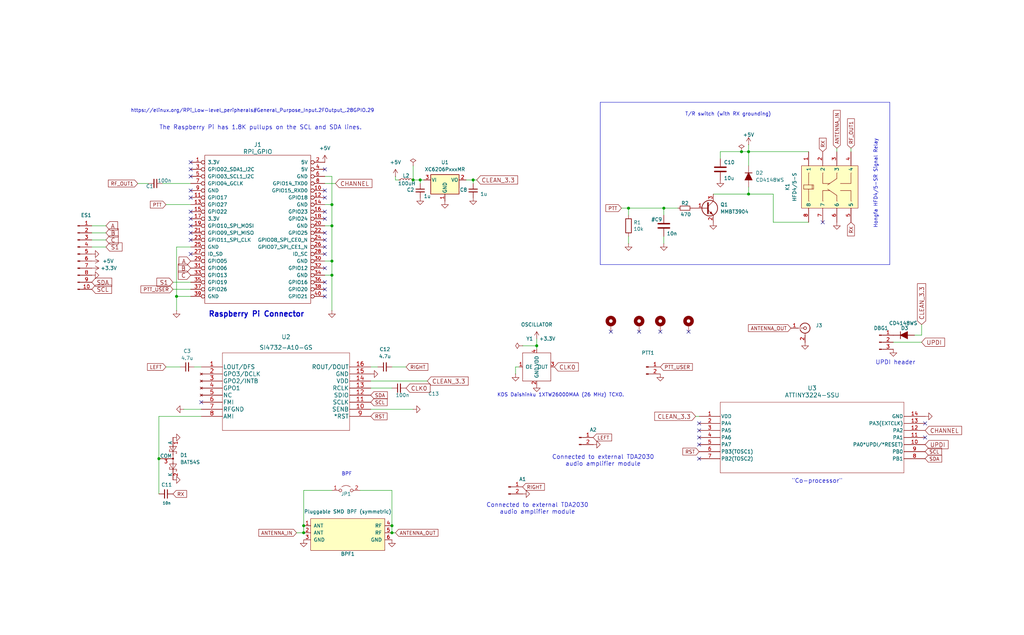
<source format=kicad_sch>
(kicad_sch (version 20240417) (generator "eeschema") (generator_version "8.99")
  (paper "User" 368.3 228.6)
  (title_block (title "Raspberry Pi Zero 2W 'SSB pHAT'") (date "2024-05-24") (rev "0.01") (company "Dhiru Kholia (VU3CER)"))
  (lib_symbols
    (symbol "2022-12-04_04-36-26:SI4732-A10-GS" (pin_names (offset 0.254))
      (property "Reference" "U" (at 30.48 10.16 0))
      (property "Value" "SI4732-A10-GS" (at 30.48 7.62 0))
      (symbol "SI4732-A10-GS_1_1"
        (pin output line (at 0 0 0) (length 7.62) (name "LOUT/DFS") (number "1"))
        (pin power_in line (at 60.96 -15.24 180) (length 7.62) (name "SENB") (number "10"))
        (pin bidirectional line (at 60.96 -12.7 180) (length 7.62) (name "SCLK") (number "11"))
        (pin bidirectional line (at 60.96 -10.16 180) (length 7.62) (name "SDIO") (number "12"))
        (pin input line (at 60.96 -7.62 180) (length 7.62) (name "RCLK") (number "13"))
        (pin power_in line (at 60.96 -5.08 180) (length 7.62) (name "VDD") (number "14"))
        (pin power_in line (at 60.96 -2.54 180) (length 7.62) (name "GND") (number "15"))
        (pin output line (at 60.96 0 180) (length 7.62) (name "ROUT/DOUT") (number "16"))
        (pin no_connect line (at 0 -2.54 0) (length 7.62) (name "GPO3/DCLK") (number "2"))
        (pin no_connect line (at 0 -5.08 0) (length 7.62) (name "GPO2/INTB") (number "3"))
        (pin no_connect line (at 0 -7.62 0) (length 7.62) (name "GPO1") (number "4"))
        (pin no_connect line (at 0 -10.16 0) (length 7.62) (name "NC") (number "5"))
        (pin unspecified line (at 0 -12.7 0) (length 7.62) (name "FMI") (number "6"))
        (pin power_in line (at 0 -15.24 0) (length 7.62) (name "RFGND") (number "7"))
        (pin input line (at 0 -17.78 0) (length 7.62) (name "AMI") (number "8"))
        (pin input line (at 60.96 -17.78 180) (length 7.62) (name "*RST") (number "9"))
      )
    )
    (symbol "ATTINY3224-SSU :ATTINY3224-SSU" (pin_names (offset 0.254))
      (property "Reference" "U4" (at 40.64 10.16 0))
      (property "Value" "ATTINY3224-SSU" (at 40.64 7.62 0))
      (symbol "ATTINY3224-SSU_0_1"
        (pin power_in line (at 0 0 0) (length 7.62) (name "VDD") (number "1"))
        (pin bidirectional line (at 81.28 -10.16 180) (length 7.62) (name "PA0*UPDI/*RESET)") (number "10"))
        (pin bidirectional line (at 81.28 -7.62 180) (length 7.62) (name "PA1") (number "11"))
        (pin bidirectional line (at 81.28 -5.08 180) (length 7.62) (name "PA2") (number "12"))
        (pin bidirectional line (at 81.28 -2.54 180) (length 7.62) (name "PA3(EXTCLK)") (number "13"))
        (pin power_out line (at 81.28 0 180) (length 7.62) (name "GND") (number "14"))
        (pin bidirectional line (at 0 -2.54 0) (length 7.62) (name "PA4") (number "2"))
        (pin bidirectional line (at 0 -5.08 0) (length 7.62) (name "PA5") (number "3"))
        (pin bidirectional line (at 0 -7.62 0) (length 7.62) (name "PA6") (number "4"))
        (pin bidirectional line (at 0 -10.16 0) (length 7.62) (name "PA7") (number "5"))
        (pin bidirectional line (at 0 -12.7 0) (length 7.62) (name "PB3(TOSC1)") (number "6"))
        (pin bidirectional line (at 0 -15.24 0) (length 7.62) (name "PB2(TOSC2)") (number "7"))
        (pin bidirectional line (at 81.28 -15.24 180) (length 7.62) (name "PB1") (number "8"))
        (pin bidirectional line (at 81.28 -12.7 180) (length 7.62) (name "PB0") (number "9"))
      )
    )
    (symbol "Connector:Conn_01x02_Pin" (pin_names (offset 1.016) hide)
      (property "Reference" "J" (at 0 2.54 0))
      (property "Value" "Conn_01x02_Pin" (at 0 -5.08 0))
      (symbol "Conn_01x02_Pin_1_1"
        (pin passive line (at 5.08 0 180) (length 3.81) (name "Pin_1") (number "1"))
        (pin passive line (at 5.08 -2.54 180) (length 3.81) (name "Pin_2") (number "2"))
      )
    )
    (symbol "Connector:Conn_01x03_Pin" (pin_names (offset 1.016) hide)
      (property "Reference" "J" (at 0 5.08 0))
      (property "Value" "Conn_01x03_Pin" (at 0 -5.08 0))
      (symbol "Conn_01x03_Pin_1_1"
        (pin passive line (at 5.08 2.54 180) (length 3.81) (name "Pin_1") (number "1"))
        (pin passive line (at 5.08 0 180) (length 3.81) (name "Pin_2") (number "2"))
        (pin passive line (at 5.08 -2.54 180) (length 3.81) (name "Pin_3") (number "3"))
      )
    )
    (symbol "Connector:Conn_01x10_Pin" (pin_names (offset 1.016) hide)
      (property "Reference" "J" (at 0 12.7 0))
      (property "Value" "Conn_01x10_Pin" (at 0 -15.24 0))
      (symbol "Conn_01x10_Pin_1_1"
        (pin passive line (at 5.08 10.16 180) (length 3.81) (name "Pin_1") (number "1"))
        (pin passive line (at 5.08 -12.7 180) (length 3.81) (name "Pin_10") (number "10"))
        (pin passive line (at 5.08 7.62 180) (length 3.81) (name "Pin_2") (number "2"))
        (pin passive line (at 5.08 5.08 180) (length 3.81) (name "Pin_3") (number "3"))
        (pin passive line (at 5.08 2.54 180) (length 3.81) (name "Pin_4") (number "4"))
        (pin passive line (at 5.08 0 180) (length 3.81) (name "Pin_5") (number "5"))
        (pin passive line (at 5.08 -2.54 180) (length 3.81) (name "Pin_6") (number "6"))
        (pin passive line (at 5.08 -5.08 180) (length 3.81) (name "Pin_7") (number "7"))
        (pin passive line (at 5.08 -7.62 180) (length 3.81) (name "Pin_8") (number "8"))
        (pin passive line (at 5.08 -10.16 180) (length 3.81) (name "Pin_9") (number "9"))
      )
    )
    (symbol "Connector:Conn_Coaxial" (pin_names (offset 1.016) hide)
      (property "Reference" "J" (at 0.254 3.048 0))
      (property "Value" "Conn_Coaxial" (at 2.921 0 90))
      (symbol "Conn_Coaxial_1_1"
        (pin passive line (at -5.08 0 0) (length 2.54) (name "In") (number "1"))
        (pin passive line (at 0 -5.08 90) (length 2.54) (name "Ext") (number "2"))
      )
    )
    (symbol "Device:C" (pin_numbers hide) (pin_names (offset 0.254))
      (property "Reference" "C" (at 0.635 2.54 0))
      (property "Value" "C" (at 0.635 -2.54 0))
      (symbol "C_1_1"
        (pin passive line (at 0 3.81 270) (length 2.794) (name "~") (number "1"))
        (pin passive line (at 0 -3.81 90) (length 2.794) (name "~") (number "2"))
      )
    )
    (symbol "Device:C_Small" (pin_numbers hide) (pin_names (offset 0.254) hide)
      (property "Reference" "C" (at 0.254 1.778 0))
      (property "Value" "C_Small" (at 0.254 -2.032 0))
      (symbol "C_Small_1_1"
        (pin passive line (at 0 2.54 270) (length 2.032) (name "~") (number "1"))
        (pin passive line (at 0 -2.54 90) (length 2.032) (name "~") (number "2"))
      )
    )
    (symbol "Device:L_Small" (pin_numbers hide) (pin_names (offset 0.254) hide)
      (property "Reference" "L" (at 0.762 1.016 0))
      (property "Value" "L_Small" (at 0.762 -1.016 0))
      (symbol "L_Small_1_1"
        (pin passive line (at 0 2.54 270) (length 0.508) (name "~") (number "1"))
        (pin passive line (at 0 -2.54 90) (length 0.508) (name "~") (number "2"))
      )
    )
    (symbol "Device:R" (pin_numbers hide) (pin_names (offset 0))
      (property "Reference" "R" (at 2.032 0 90))
      (property "Value" "R" (at 0 0 90))
      (symbol "R_1_1"
        (pin passive line (at 0 3.81 270) (length 1.27) (name "~") (number "1"))
        (pin passive line (at 0 -3.81 90) (length 1.27) (name "~") (number "2"))
      )
    )
    (symbol "Device:R_Small" (pin_numbers hide) (pin_names (offset 0.254) hide)
      (property "Reference" "R" (at 0.762 0.508 0))
      (property "Value" "R_Small" (at 0.762 -1.016 0))
      (symbol "R_Small_1_1"
        (pin passive line (at 0 2.54 270) (length 0.762) (name "~") (number "1"))
        (pin passive line (at 0 -2.54 90) (length 0.762) (name "~") (number "2"))
      )
    )
    (symbol "Diode:BAT54S" (pin_names (offset 0))
      (property "Reference" "D" (at 2.54 -5.08 0))
      (property "Value" "BAT54S" (at -6.35 3.175 0))
      (symbol "BAT54S_1_1"
        (pin passive line (at -7.62 0 0) (length 3.81) (name "A") (number "1"))
        (pin passive line (at 7.62 0 180) (length 3.81) (name "K") (number "2"))
        (pin passive line (at 0 -5.08 90) (length 5.08) (name "COM") (number "3"))
      )
    )
    (symbol "EtherkitKicadLibrary:OSCILLATOR" (pin_names (offset 1.016))
      (property "Reference" "U" (at -12.192 8.509 0))
      (property "Value" "OSCILLATOR" (at -7.747 6.477 0))
      (symbol "OSCILLATOR_1_1"
        (pin passive line (at -6.35 0 0) (length 1.27) (name "OE") (number "1"))
        (pin passive line (at 0 -6.35 90) (length 1.27) (name "GND") (number "2"))
        (pin passive line (at 6.35 0 180) (length 1.27) (name "OUT") (number "3"))
        (pin passive line (at 0 6.35 270) (length 1.27) (name "VDD") (number "4"))
      )
    )
    (symbol "Jumper:Jumper_2_Open" (pin_names (offset 0) hide)
      (property "Reference" "JP" (at 0 2.794 0))
      (property "Value" "Jumper_2_Open" (at 0 -2.286 0))
      (symbol "Jumper_2_Open_1_1"
        (pin passive line (at -5.08 0 0) (length 2.54) (name "A") (number "1"))
        (pin passive line (at 5.08 0 180) (length 2.54) (name "B") (number "2"))
      )
    )
    (symbol "Mechanical:MountingHole_Pad" (pin_numbers hide) (pin_names (offset 1.016) hide)
      (property "Reference" "H" (at 0 6.35 0))
      (property "Value" "MountingHole_Pad" (at 0 4.445 0))
      (symbol "MountingHole_Pad_1_1"
        (pin input line (at 0 -2.54 90) (length 2.54) (name "1") (number "1"))
      )
    )
    (symbol "PCM_Diode_AKL:CD4148WS" (pin_numbers hide) (pin_names (offset 1.016) hide)
      (property "Reference" "D" (at 0 5.08 0))
      (property "Value" "CD4148WS" (at 0 2.54 0))
      (symbol "CD4148WS_1_1"
        (pin passive line (at 3.81 0 180) (length 2.54) (name "K") (number "1"))
        (pin passive line (at -3.81 0 0) (length 2.54) (name "A") (number "2"))
      )
    )
    (symbol "RPi-pHat-Thermocouple-rescue:RPi_GPIO-Connector-ML" (pin_names (offset 1.016))
      (property "Reference" "J" (at 19.05 6.35 0))
      (property "Value" "Connector-ML_RPi_GPIO" (at 19.05 3.81 0))
      (symbol "RPi_GPIO-Connector-ML_1_1"
        (pin power_in inverted (at -5.08 0 0) (length 5.08) (name "3.3V") (number "1"))
        (pin bidirectional inverted (at 43.18 -10.16 180) (length 5.08) (name "GPIO15_RXD0") (number "10"))
        (pin bidirectional inverted (at -5.08 -12.7 0) (length 5.08) (name "GPIO17") (number "11"))
        (pin bidirectional inverted (at 43.18 -12.7 180) (length 5.08) (name "GPIO18") (number "12"))
        (pin bidirectional inverted (at -5.08 -15.24 0) (length 5.08) (name "GPIO27") (number "13"))
        (pin power_in inverted (at 43.18 -15.24 180) (length 5.08) (name "GND") (number "14"))
        (pin bidirectional inverted (at -5.08 -17.78 0) (length 5.08) (name "GPIO22") (number "15"))
        (pin bidirectional inverted (at 43.18 -17.78 180) (length 5.08) (name "GPIO23") (number "16"))
        (pin power_in inverted (at -5.08 -20.32 0) (length 5.08) (name "3.3V") (number "17"))
        (pin bidirectional inverted (at 43.18 -20.32 180) (length 5.08) (name "GPIO24") (number "18"))
        (pin bidirectional inverted (at -5.08 -22.86 0) (length 5.08) (name "GPIO10_SPI_MOSI") (number "19"))
        (pin power_in inverted (at 43.18 0 180) (length 5.08) (name "5V") (number "2"))
        (pin power_in inverted (at 43.18 -22.86 180) (length 5.08) (name "GND") (number "20"))
        (pin bidirectional inverted (at -5.08 -25.4 0) (length 5.08) (name "GPIO09_SPI_MISO") (number "21"))
        (pin bidirectional inverted (at 43.18 -25.4 180) (length 5.08) (name "GPIO25") (number "22"))
        (pin bidirectional inverted (at -5.08 -27.94 0) (length 5.08) (name "GPIO11_SPI_CLK") (number "23"))
        (pin bidirectional inverted (at 43.18 -27.94 180) (length 5.08) (name "GPIO08_SPI_CE0_N") (number "24"))
        (pin power_in inverted (at -5.08 -30.48 0) (length 5.08) (name "GND") (number "25"))
        (pin bidirectional inverted (at 43.18 -30.48 180) (length 5.08) (name "GPIO07_SPI_CE1_N") (number "26"))
        (pin bidirectional inverted (at -5.08 -33.02 0) (length 5.08) (name "ID_SD") (number "27"))
        (pin bidirectional inverted (at 43.18 -33.02 180) (length 5.08) (name "ID_SC") (number "28"))
        (pin bidirectional inverted (at -5.08 -35.56 0) (length 5.08) (name "GPIO05") (number "29"))
        (pin bidirectional inverted (at -5.08 -2.54 0) (length 5.08) (name "GPIO02_SDA1_I2C") (number "3"))
        (pin power_in inverted (at 43.18 -35.56 180) (length 5.08) (name "GND") (number "30"))
        (pin bidirectional inverted (at -5.08 -38.1 0) (length 5.08) (name "GPIO06") (number "31"))
        (pin bidirectional inverted (at 43.18 -38.1 180) (length 5.08) (name "GPIO12") (number "32"))
        (pin bidirectional inverted (at -5.08 -40.64 0) (length 5.08) (name "GPIO13") (number "33"))
        (pin power_in inverted (at 43.18 -40.64 180) (length 5.08) (name "GND") (number "34"))
        (pin bidirectional inverted (at -5.08 -43.18 0) (length 5.08) (name "GPIO19") (number "35"))
        (pin bidirectional inverted (at 43.18 -43.18 180) (length 5.08) (name "GPIO16") (number "36"))
        (pin bidirectional inverted (at -5.08 -45.72 0) (length 5.08) (name "GPIO26") (number "37"))
        (pin bidirectional inverted (at 43.18 -45.72 180) (length 5.08) (name "GPIO20") (number "38"))
        (pin power_in inverted (at -5.08 -48.26 0) (length 5.08) (name "GND") (number "39"))
        (pin power_in inverted (at 43.18 -2.54 180) (length 5.08) (name "5V") (number "4"))
        (pin bidirectional inverted (at 43.18 -48.26 180) (length 5.08) (name "GPIO21") (number "40"))
        (pin bidirectional inverted (at -5.08 -5.08 0) (length 5.08) (name "GPIO03_SCL1_I2C") (number "5"))
        (pin power_in inverted (at 43.18 -5.08 180) (length 5.08) (name "GND") (number "6"))
        (pin bidirectional inverted (at -5.08 -7.62 0) (length 5.08) (name "GPIO04_GCLK") (number "7"))
        (pin bidirectional inverted (at 43.18 -7.62 180) (length 5.08) (name "GPIO14_TXD0") (number "8"))
        (pin power_in inverted (at -5.08 -10.16 0) (length 5.08) (name "GND") (number "9"))
      )
    )
    (symbol "Regulator_Linear:XC6206PxxxMR" (pin_names (offset 0.254))
      (property "Reference" "U" (at -3.81 3.175 0))
      (property "Value" "XC6206PxxxMR" (at 0 3.175 0))
      (symbol "XC6206PxxxMR_1_1"
        (pin power_in line (at 0 -7.62 90) (length 2.54) (name "GND") (number "1"))
        (pin power_out line (at 7.62 0 180) (length 2.54) (name "VO") (number "2"))
        (pin power_in line (at -7.62 0 0) (length 2.54) (name "VI") (number "3"))
      )
    )
    (symbol "Transistor_BJT:MMBT3904" (pin_names (offset 0) hide)
      (property "Reference" "Q" (at 5.08 1.905 0))
      (property "Value" "MMBT3904" (at 5.08 0 0))
      (symbol "MMBT3904_1_1"
        (pin input line (at -5.08 0 0) (length 5.715) (name "B") (number "1"))
        (pin passive line (at 2.54 -5.08 90) (length 2.54) (name "E") (number "2"))
        (pin passive line (at 2.54 5.08 270) (length 2.54) (name "C") (number "3"))
      )
    )
    (symbol "hfd4_5-s:HFD4_5-S"
      (property "Reference" "K1" (at -15.24 0 90))
      (property "Value" "HFD4/5-S" (at -12.7 0 90))
      (symbol "HFD4_5-S_0_1"
        (pin input line (at -7.62 -12.7 90) (length 5.08) (name "1") (number "1"))
        (pin input line (at -2.54 -12.7 90) (length 5.08) (name "2") (number "2"))
        (pin input line (at 2.54 -12.7 90) (length 5.08) (name "3") (number "3"))
        (pin input line (at 7.62 -12.7 90) (length 5.08) (name "4") (number "4"))
        (pin input line (at 7.62 12.7 270) (length 5.08) (name "5") (number "5"))
        (pin input line (at 2.54 12.7 270) (length 5.08) (name "6") (number "6"))
        (pin input line (at -2.54 12.7 270) (length 5.08) (name "7") (number "7"))
        (pin input line (at -7.62 12.7 270) (length 5.08) (name "8") (number "8"))
      )
    )
    (symbol "pluggable-bpf:Pluggable-BPF" (pin_names (offset 1.016))
      (property "Reference" "BPF2" (at 0.635 -5.08 0))
      (property "Value" "Pluggable SMD BPF" (at 0.635 10.16 0))
      (symbol "Pluggable-BPF_1_1"
        (pin bidirectional line (at -15.24 5.08 0) (length 2.54) (name "ANT") (number "1"))
        (pin bidirectional line (at -15.24 2.54 0) (length 2.54) (name "ANT") (number "2"))
        (pin power_in line (at -15.24 0 0) (length 2.54) (name "GND") (number "3"))
        (pin input line (at 16.51 5.08 180) (length 2.54) (name "RF") (number "4"))
        (pin bidirectional line (at 16.51 2.54 180) (length 2.54) (name "RF") (number "5"))
        (pin power_in line (at 16.51 0 180) (length 2.54) (name "GND") (number "6"))
      )
    )
    (symbol "power:+3.3V" (power) (pin_numbers hide) (pin_names (offset 0) hide)
      (property "Value" "+3.3V" (at 0 3.556 0))
      (symbol "+3.3V_1_1"
        (pin power_in line (at 0 0 90) (length 0) (name "~") (number "1"))
      )
    )
    (symbol "power:+5V" (power) (pin_numbers hide) (pin_names (offset 0) hide)
      (property "Value" "+5V" (at 0 3.556 0))
      (symbol "+5V_1_1"
        (pin power_in line (at 0 0 90) (length 0) (name "~") (number "1"))
      )
    )
    (symbol "power:GND" (power) (pin_numbers hide) (pin_names (offset 0) hide)
      (property "Value" "GND" (at 0 -3.81 0))
      (symbol "GND_1_1"
        (pin power_in line (at 0 0 270) (length 0) (name "~") (number "1"))
      )
    )
    (symbol "power:PWR_FLAG" (power) (pin_numbers hide) (pin_names (offset 0) hide)
      (property "Value" "PWR_FLAG" (at 0 3.81 0))
      (symbol "PWR_FLAG_0_0"
        (pin power_out line (at 0 0 90) (length 0) (name "~") (number "1"))
      )
    )
  )
  (text "T/R switch (with RX grounding)" (at 246.38 41.91 0) (effects (font (size 1.27 1.27)) (justify left bottom)))
  (text "KDS Daishinku 1XTW26000MAA (26 MHz) TCXO." (at 224.536 143.002 0) (effects (font (size 1.27 1.27)) (justify right bottom)))
  (text "Hongfa HFD4/5-SR Signal Relay" (at 314.96 66.04 90) (effects (font (size 1.27 1.27))))
  (text "UPDI header" (at 322.072 130.556 0) (effects (font (size 1.524 1.524))))
  (text "\"Co-processor\"" (at 293.878 173.228 0) (effects (font (size 1.524 1.524))))
  (text "BPF" (at 124.714 170.688 0) (effects (font (size 1.27 1.27))))
  (text "https://elinux.org/RPi_Low-level_peripherals#General_Purpose_Input.2FOutput_.28GPIO.29" (at 46.99 40.64 0) (effects (font (size 1.27 1.27)) (justify left bottom)))
  (text "Raspberry Pi Connector" (at 74.93 114.3 0) (effects (font (size 1.905 1.905) (thickness 0.381) (bold yes)) (justify left bottom)))
  (text "Connected to external TDA2030\naudio amplifier module" (at 216.916 165.862 0) (effects (font (size 1.524 1.524))))
  (text "Connected to external TDA2030\naudio amplifier module" (at 193.294 183.134 0) (effects (font (size 1.524 1.524))))
  (text "The Raspberry Pi has 1.8K pullups on the SCL and SDA lines." (at 93.726 45.974 0) (effects (font (size 1.524 1.524))))
  (junction (at 63.5 106.68))
  (junction (at 140.97 191.77))
  (junction (at 119.38 81.28))
  (junction (at 119.38 73.66))
  (junction (at 238.76 74.93))
  (junction (at 57.15 165.1))
  (junction (at 269.24 54.61))
  (junction (at 226.06 74.93))
  (junction (at 119.38 93.98))
  (junction (at 193.04 124.46))
  (junction (at 109.22 191.77))
  (junction (at 266.7 54.61))
  (junction (at 269.24 69.85))
  (junction (at 140.97 189.23))
  (junction (at 109.22 189.23))
  (junction (at 170.18 64.77))
  (junction (at 119.38 99.06))
  (junction (at 148.59 64.77))
  (junction (at 151.13 64.77))
  (no_connect (at 68.58 63.5))
  (no_connect (at 116.84 88.9))
  (no_connect (at 116.84 71.12))
  (no_connect (at 68.58 91.44))
  (no_connect (at 116.84 86.36))
  (no_connect (at 295.91 80.01))
  (no_connect (at 237.49 119.38))
  (no_connect (at 68.58 60.96))
  (no_connect (at 332.74 157.48))
  (no_connect (at 116.84 96.52))
  (no_connect (at 68.58 78.74))
  (no_connect (at 68.58 86.36))
  (no_connect (at 219.71 119.38))
  (no_connect (at 229.87 119.38))
  (no_connect (at 116.84 83.82))
  (no_connect (at 247.65 119.38))
  (no_connect (at 72.39 144.78))
  (no_connect (at 251.46 160.02))
  (no_connect (at 116.84 76.2))
  (no_connect (at 332.74 152.4))
  (no_connect (at 68.58 81.28))
  (no_connect (at 68.58 58.42))
  (no_connect (at 116.84 68.58))
  (no_connect (at 116.84 106.68))
  (no_connect (at 116.84 60.96))
  (no_connect (at 68.58 68.58))
  (no_connect (at 68.58 83.82))
  (no_connect (at 251.46 154.94))
  (no_connect (at 68.58 76.2))
  (no_connect (at 116.84 104.14))
  (no_connect (at 116.84 78.74))
  (no_connect (at 116.84 101.6))
  (no_connect (at 68.58 71.12))
  (no_connect (at 251.46 157.48))
  (no_connect (at 116.84 91.44))
  (no_connect (at 251.46 152.4))
  (no_connect (at 251.46 165.1))
  (wire (pts (xy 328.93 120.65) (xy 331.47 120.65)))
  (wire (pts (xy 238.76 74.93) (xy 243.84 74.93)))
  (wire (pts (xy 331.47 116.84) (xy 331.47 120.65)))
  (wire (pts (xy 49.53 66.04) (xy 53.34 66.04)))
  (wire (pts (xy 69.85 132.08) (xy 72.39 132.08)))
  (wire (pts (xy 133.35 147.32) (xy 148.59 147.32)))
  (wire (pts (xy 226.06 85.09) (xy 226.06 87.63)))
  (wire (pts (xy 140.97 191.77) (xy 142.24 191.77)))
  (wire (pts (xy 143.51 64.77) (xy 142.24 64.77)))
  (wire (pts (xy 106.68 191.77) (xy 109.22 191.77)))
  (wire (pts (xy 269.24 69.85) (xy 269.24 67.31)))
  (wire (pts (xy 119.38 99.06) (xy 119.38 111.76)))
  (wire (pts (xy 72.39 149.86) (xy 57.15 149.86)))
  (wire (pts (xy 151.13 64.77) (xy 151.13 66.04)))
  (wire (pts (xy 250.19 149.86) (xy 251.46 149.86)))
  (wire (pts (xy 33.02 86.36) (xy 38.1 86.36)))
  (wire (pts (xy 109.22 176.53) (xy 109.22 189.23)))
  (wire (pts (xy 151.13 64.77) (xy 152.4 64.77)))
  (wire (pts (xy 187.96 124.46) (xy 193.04 124.46)))
  (wire (pts (xy 119.38 73.66) (xy 119.38 81.28)))
  (wire (pts (xy 269.24 52.07) (xy 269.24 54.61)))
  (wire (pts (xy 63.5 106.68) (xy 68.58 106.68)))
  (wire (pts (xy 63.5 88.9) (xy 68.58 88.9)))
  (wire (pts (xy 269.24 54.61) (xy 290.83 54.61)))
  (wire (pts (xy 63.5 106.68) (xy 63.5 111.76)))
  (wire (pts (xy 119.38 93.98) (xy 116.84 93.98)))
  (wire (pts (xy 269.24 69.85) (xy 278.13 69.85)))
  (wire (pts (xy 59.69 132.08) (xy 64.77 132.08)))
  (wire (pts (xy 238.76 85.09) (xy 238.76 87.63)))
  (wire (pts (xy 116.84 66.04) (xy 120.65 66.04)))
  (wire (pts (xy 269.24 54.61) (xy 269.24 59.69)))
  (polyline (pts (xy 215.9 36.83) (xy 215.9 95.25)))
  (wire (pts (xy 256.54 69.85) (xy 269.24 69.85)))
  (wire (pts (xy 119.38 81.28) (xy 119.38 93.98)))
  (wire (pts (xy 33.02 88.9) (xy 38.1 88.9)))
  (wire (pts (xy 116.84 81.28) (xy 119.38 81.28)))
  (wire (pts (xy 62.23 104.14) (xy 68.58 104.14)))
  (wire (pts (xy 269.24 54.61) (xy 266.7 54.61)))
  (wire (pts (xy 58.42 66.04) (xy 68.58 66.04)))
  (wire (pts (xy 185.42 132.08) (xy 186.69 132.08)))
  (wire (pts (xy 62.23 101.6) (xy 68.58 101.6)))
  (wire (pts (xy 321.31 123.19) (xy 331.47 123.19)))
  (wire (pts (xy 193.04 121.92) (xy 193.04 124.46)))
  (wire (pts (xy 140.97 176.53) (xy 140.97 189.23)))
  (wire (pts (xy 167.64 64.77) (xy 170.18 64.77)))
  (wire (pts (xy 66.04 147.32) (xy 72.39 147.32)))
  (wire (pts (xy 119.38 93.98) (xy 119.38 99.06)))
  (wire (pts (xy 170.18 64.77) (xy 170.18 66.04)))
  (wire (pts (xy 119.38 99.06) (xy 116.84 99.06)))
  (wire (pts (xy 223.52 74.93) (xy 226.06 74.93)))
  (wire (pts (xy 33.02 81.28) (xy 38.1 81.28)))
  (wire (pts (xy 300.99 53.34) (xy 300.99 54.61)))
  (wire (pts (xy 148.59 64.77) (xy 151.13 64.77)))
  (wire (pts (xy 133.35 132.08) (xy 135.89 132.08)))
  (wire (pts (xy 119.38 63.5) (xy 119.38 73.66)))
  (wire (pts (xy 238.76 74.93) (xy 238.76 77.47)))
  (wire (pts (xy 278.13 69.85) (xy 278.13 80.01)))
  (wire (pts (xy 185.42 134.62) (xy 185.42 132.08)))
  (wire (pts (xy 116.84 63.5) (xy 119.38 63.5)))
  (wire (pts (xy 140.97 132.08) (xy 146.05 132.08)))
  (wire (pts (xy 33.02 83.82) (xy 38.1 83.82)))
  (wire (pts (xy 116.84 73.66) (xy 119.38 73.66)))
  (polyline (pts (xy 215.9 36.83) (xy 320.04 36.83)))
  (wire (pts (xy 170.18 64.77) (xy 171.45 64.77)))
  (wire (pts (xy 140.97 189.23) (xy 140.97 191.77)))
  (wire (pts (xy 306.07 53.34) (xy 306.07 54.61)))
  (wire (pts (xy 59.69 73.66) (xy 68.58 73.66)))
  (wire (pts (xy 109.22 189.23) (xy 109.22 191.77)))
  (wire (pts (xy 278.13 80.01) (xy 290.83 80.01)))
  (wire (pts (xy 226.06 77.47) (xy 226.06 74.93)))
  (wire (pts (xy 193.04 124.46) (xy 193.04 125.73)))
  (polyline (pts (xy 320.04 36.83) (xy 320.04 95.25)))
  (wire (pts (xy 57.15 165.1) (xy 57.15 177.8)))
  (wire (pts (xy 129.54 176.53) (xy 140.97 176.53)))
  (wire (pts (xy 63.5 88.9) (xy 63.5 106.68)))
  (wire (pts (xy 57.15 149.86) (xy 57.15 165.1)))
  (wire (pts (xy 133.35 139.7) (xy 140.97 139.7)))
  (wire (pts (xy 266.7 54.61) (xy 259.08 54.61)))
  (wire (pts (xy 148.59 59.69) (xy 148.59 64.77)))
  (wire (pts (xy 133.35 137.16) (xy 153.67 137.16)))
  (wire (pts (xy 109.22 176.53) (xy 119.38 176.53)))
  (wire (pts (xy 259.08 54.61) (xy 259.08 57.15)))
  (wire (pts (xy 142.24 64.77) (xy 142.24 63.5)))
  (wire (pts (xy 226.06 74.93) (xy 238.76 74.93)))
  (polyline (pts (xy 320.04 95.25) (xy 215.9 95.25)))
  (global_label "SCL" (shape input) (at 33.02 104.14 0) (effects (font (size 1.524 1.524))) (property "Intersheetrefs" "${INTERSHEET_REFS}" (effects (hide yes))))
  (global_label "C" (shape input) (at 38.1 86.36 0) (effects (font (size 1.524 1.524))) (property "Intersheetrefs" "${INTERSHEET_REFS}" (effects (hide yes))))
  (global_label "B" (shape input) (at 68.58 96.52 180) (effects (font (size 1.524 1.524))) (property "Intersheetrefs" "${INTERSHEET_REFS}" (effects (hide yes))))
  (global_label "CLK0" (shape input) (at 146.05 139.7 0) (effects (font (size 1.524 1.524))) (property "Intersheetrefs" "${INTERSHEET_REFS}" (effects (hide yes))))
  (global_label "CLEAN_3.3" (shape input) (at 171.45 64.77 0) (effects (font (size 1.524 1.524))) (property "Intersheetrefs" "${INTERSHEET_REFS}" (effects (hide yes))))
  (global_label "SCL" (shape input) (at 133.35 144.78 0) (property "Intersheetrefs" "${INTERSHEET_REFS}" (effects (hide yes))))
  (global_label "RST" (shape input) (at 251.46 162.56 180) (property "Intersheetrefs" "${INTERSHEET_REFS}" (effects (hide yes))))
  (global_label "SDA" (shape input) (at 332.74 165.1 0) (property "Intersheetrefs" "${INTERSHEET_REFS}" (effects (hide yes))))
  (global_label "RX" (shape input) (at 62.23 177.8 0) (property "Intersheetrefs" "${INTERSHEET_REFS}" (effects (hide yes))))
  (global_label "RIGHT" (shape input) (at 187.96 175.26 0) (property "Intersheetrefs" "${INTERSHEET_REFS}" (effects (hide yes))))
  (global_label "LEFT" (shape input) (at 213.36 157.48 0) (property "Intersheetrefs" "${INTERSHEET_REFS}" (effects (hide yes))))
  (global_label "PTT_USER" (shape input) (at 62.23 104.14 180) (property "Intersheetrefs" "${INTERSHEET_REFS}" (effects (hide yes))))
  (global_label "CLEAN_3.3" (shape input) (at 250.19 149.86 180) (effects (font (size 1.524 1.524))) (property "Intersheetrefs" "${INTERSHEET_REFS}" (effects (hide yes))))
  (global_label "RF_OUT1" (shape input) (at 49.53 66.04 180) (property "Intersheetrefs" "${INTERSHEET_REFS}" (effects (hide yes))))
  (global_label "ANTENNA_OUT" (shape input) (at 284.48 118.11 180) (property "Intersheetrefs" "${INTERSHEET_REFS}" (effects (hide yes))))
  (global_label "ANTENNA_IN" (shape input) (at 106.68 191.77 180) (property "Intersheetrefs" "${INTERSHEET_REFS}" (effects (hide yes))))
  (global_label "RX" (shape input) (at 295.91 54.61 90) (property "Intersheetrefs" "${INTERSHEET_REFS}" (effects (hide yes))))
  (global_label "LEFT" (shape input) (at 59.69 132.08 180) (property "Intersheetrefs" "${INTERSHEET_REFS}" (effects (hide yes))))
  (global_label "PTT" (shape input) (at 223.52 74.93 180) (property "Intersheetrefs" "${INTERSHEET_REFS}" (effects (hide yes))))
  (global_label "ANTENNA_OUT" (shape input) (at 142.24 191.77 0) (property "Intersheetrefs" "${INTERSHEET_REFS}" (effects (hide yes))))
  (global_label "CHANNEL" (shape input) (at 332.74 154.94 0) (effects (font (size 1.524 1.524))) (property "Intersheetrefs" "${INTERSHEET_REFS}" (effects (hide yes))))
  (global_label "UPDI" (shape input) (at 332.74 160.02 0) (effects (font (size 1.524 1.524))) (property "Intersheetrefs" "${INTERSHEET_REFS}" (effects (hide yes))))
  (global_label "RF_OUT1" (shape input) (at 306.07 53.34 90) (property "Intersheetrefs" "${INTERSHEET_REFS}" (effects (hide yes))))
  (global_label "A" (shape input) (at 68.58 93.98 180) (effects (font (size 1.524 1.524))) (property "Intersheetrefs" "${INTERSHEET_REFS}" (effects (hide yes))))
  (global_label "CLEAN_3.3" (shape input) (at 331.47 116.84 90) (effects (font (size 1.524 1.524))) (property "Intersheetrefs" "${INTERSHEET_REFS}" (effects (hide yes))))
  (global_label "RIGHT" (shape input) (at 146.05 132.08 0) (property "Intersheetrefs" "${INTERSHEET_REFS}" (effects (hide yes))))
  (global_label "RX" (shape input) (at 306.07 80.01 270) (property "Intersheetrefs" "${INTERSHEET_REFS}" (effects (hide yes))))
  (global_label "PTT_USER" (shape input) (at 237.49 132.08 0) (property "Intersheetrefs" "${INTERSHEET_REFS}" (effects (hide yes))))
  (global_label "CLEAN_3.3" (shape input) (at 153.67 137.16 0) (effects (font (size 1.524 1.524))) (property "Intersheetrefs" "${INTERSHEET_REFS}" (effects (hide yes))))
  (global_label "UPDI" (shape input) (at 331.47 123.19 0) (effects (font (size 1.524 1.524))) (property "Intersheetrefs" "${INTERSHEET_REFS}" (effects (hide yes))))
  (global_label "PTT" (shape input) (at 59.69 73.66 180) (property "Intersheetrefs" "${INTERSHEET_REFS}" (effects (hide yes))))
  (global_label "B" (shape input) (at 38.1 83.82 0) (effects (font (size 1.524 1.524))) (property "Intersheetrefs" "${INTERSHEET_REFS}" (effects (hide yes))))
  (global_label "CLK0" (shape input) (at 199.39 132.08 0) (effects (font (size 1.524 1.524))) (property "Intersheetrefs" "${INTERSHEET_REFS}" (effects (hide yes))))
  (global_label "SDA" (shape input) (at 133.35 142.24 0) (property "Intersheetrefs" "${INTERSHEET_REFS}" (effects (hide yes))))
  (global_label "RST" (shape input) (at 133.35 149.86 0) (property "Intersheetrefs" "${INTERSHEET_REFS}" (effects (hide yes))))
  (global_label "S1" (shape input) (at 62.23 101.6 180) (effects (font (size 1.524 1.524))) (property "Intersheetrefs" "${INTERSHEET_REFS}" (effects (hide yes))))
  (global_label "C" (shape input) (at 68.58 99.06 180) (effects (font (size 1.524 1.524))) (property "Intersheetrefs" "${INTERSHEET_REFS}" (effects (hide yes))))
  (global_label "S1" (shape input) (at 38.1 88.9 0) (effects (font (size 1.524 1.524))) (property "Intersheetrefs" "${INTERSHEET_REFS}" (effects (hide yes))))
  (global_label "A" (shape input) (at 38.1 81.28 0) (effects (font (size 1.524 1.524))) (property "Intersheetrefs" "${INTERSHEET_REFS}" (effects (hide yes))))
  (global_label "SCL" (shape input) (at 332.74 162.56 0) (property "Intersheetrefs" "${INTERSHEET_REFS}" (effects (hide yes))))
  (global_label "SDA" (shape input) (at 33.02 101.6 0) (effects (font (size 1.524 1.524))) (property "Intersheetrefs" "${INTERSHEET_REFS}" (effects (hide yes))))
  (global_label "ANTENNA_IN" (shape input) (at 300.99 53.34 90) (property "Intersheetrefs" "${INTERSHEET_REFS}" (effects (hide yes))))
  (global_label "CHANNEL" (shape input) (at 120.65 66.04 0) (effects (font (size 1.524 1.524))) (property "Intersheetrefs" "${INTERSHEET_REFS}" (effects (hide yes))))
  (symbol (lib_id "RPi-pHat-Thermocouple-rescue:RPi_GPIO-Connector-ML") (at 73.66 58.42 0) (unit 1)
    (property "Reference" "J1" (at 92.71 52.07 0) (effects (font (size 1.524 1.524))))
    (property "Value" "RPi_GPIO" (at 92.71 54.61 0) (effects (font (size 1.524 1.524))))
    (property "Footprint" "footprints:PinSocket_2x20_P2.54mm_Vertical_Modded" (effects (hide yes)))
    (property "Description" "CON, THT, Dual Row Socket, 2.54mm, 40 Pos" (effects (hide yes)))
    (property "Part Number" "2222" (effects (hide yes)))
    (property "Manufacturer" "Adafruit" (effects (hide yes)))
    (property "Vendor" "Mouser" (effects (hide yes)))
    (property "Vendor Part Number" "485-2222" (effects (hide yes)))
  )
  (symbol (lib_id "power:GND") (at 63.5 111.76 0) (unit 1)
    (property "Reference" "#PWR07" (effects (hide yes)))
    (property "Value" "GND" (effects (hide yes)))
    (property "Description" "Power symbol creates a global label with name \"GND\" , ground" (effects (hide yes)))
  )
  (symbol (lib_id "Regulator_Linear:XC6206PxxxMR") (at 160.02 64.77 0) (unit 1)
    (property "Reference" "U1" (at 160.02 58.42 0))
    (property "Value" "XC6206PxxxMR" (at 160.02 60.96 0))
    (property "Footprint" "Package_TO_SOT_SMD:SOT-23-3" (effects (hide yes)))
    (property "Datasheet" "https://www.torexsemi.com/file/xc6206/XC6206.pdf" (effects (hide yes)))
    (property "Description" "Positive 60-250mA Low Dropout Regulator, Fixed Output, SOT-23" (effects (hide yes)))
  )
  (symbol (lib_id "Device:L_Small") (at 146.05 64.77 90) (unit 1)
    (property "Reference" "L2" (at 146.05 63.246 90))
    (property "Value" "100uH" (at 146.304 66.04 90))
    (property "Footprint" "Inductor_SMD:L_0603_1608Metric" (effects (hide yes)))
  )
  (symbol (lib_id "power:GND") (at 133.35 134.62 90) (unit 1)
    (property "Reference" "#PWR011" (effects (hide yes)))
    (property "Value" "GND" (effects (hide yes)))
    (property "Description" "Power symbol creates a global label with name \"GND\" , ground" (effects (hide yes)))
  )
  (symbol (lib_id "Connector:Conn_Coaxial") (at 289.56 118.11 0) (unit 1)
    (property "Reference" "J3" (at 293.37 117.1331 0) (effects (justify left)))
    (property "Value" "Conn_Coaxial" (effects (hide yes)))
    (property "Footprint" "Connector_Coaxial:SMA_Samtec_SMA-J-P-H-ST-EM1_EdgeMount" (effects (hide yes)))
    (property "Description" "coaxial connector (BNC, SMA, SMB, SMC, Cinch/RCA, LEMO, ...)" (effects (hide yes)))
  )
  (symbol (lib_id "Connector:Conn_01x02_Pin") (at 232.41 132.08 0) (unit 1)
    (property "Reference" "PTT1" (at 233.045 127 0))
    (property "Value" "Conn_01x02_Pin" (effects (hide yes)))
    (property "Footprint" "Connector_PinHeader_2.54mm:PinHeader_1x02_P2.54mm_Vertical" (effects (hide yes)))
    (property "Description" "Generic connector, single row, 01x02, script generated" (effects (hide yes)))
  )
  (symbol (lib_id "hfd4_5-s:HFD4_5-S") (at 298.45 67.31 0) (mirror x) (unit 1)
    (property "Reference" "K1" (at 283.21 67.31 90))
    (property "Value" "HFD4/5-S" (at 285.75 67.31 90))
    (property "Footprint" "footprints:RELAY-SMD_HFD4-5-SR" (effects (hide yes)))
    (property "Datasheet" "https://lcsc.com/product-detail/Relays_HFD4-5-S_C64399.html" (effects (hide yes)))
    (property "LCSC Part" "C64399" (effects (hide yes)))
  )
  (symbol (lib_id "power:GND") (at 321.31 125.73 0) (unit 1)
    (property "Reference" "#PWR05" (effects (hide yes)))
    (property "Value" "GND" (effects (hide yes)))
    (property "Description" "Power symbol creates a global label with name \"GND\" , ground" (effects (hide yes)))
  )
  (symbol (lib_id "Device:C_Small") (at 138.43 132.08 90) (unit 1)
    (property "Reference" "C12" (at 138.4363 125.73 90))
    (property "Value" "4.7u" (at 138.4363 128.27 90))
    (property "Footprint" "Capacitor_SMD:C_1206_3216Metric_Pad1.33x1.80mm_HandSolder" (effects (hide yes)))
  )
  (symbol (lib_id "power:+5V") (at 269.24 52.07 0) (unit 1)
    (property "Reference" "#PWR026" (effects (hide yes)))
    (property "Value" "+5V" (at 269.24 48.514 0))
    (property "Description" "Power symbol creates a global label with name \"+5V\"" (effects (hide yes)))
  )
  (symbol (lib_id "power:GND") (at 289.56 123.19 0) (unit 1)
    (property "Reference" "#PWR02" (effects (hide yes)))
    (property "Value" "GND" (effects (hide yes)))
    (property "Description" "Power symbol creates a global label with name \"GND\" , ground" (effects (hide yes)))
  )
  (symbol (lib_id "Mechanical:MountingHole_Pad") (at 237.49 116.84 0) (unit 1)
    (property "Reference" "H3" (effects (hide yes)))
    (property "Value" "MountingHole_Pad" (effects (hide yes)))
    (property "Footprint" "MountingHole:MountingHole_2.7mm_M2.5_DIN965_Pad" (effects (hide yes)))
  )
  (symbol (lib_id "power:GND") (at 187.96 177.8 90) (unit 1)
    (property "Reference" "#PWR019" (effects (hide yes)))
    (property "Value" "GND" (effects (hide yes)))
    (property "Description" "Power symbol creates a global label with name \"GND\" , ground" (effects (hide yes)))
  )
  (symbol (lib_id "Connector:Conn_01x02_Pin") (at 208.28 157.48 0) (unit 1)
    (property "Reference" "A2" (at 213.36 154.686 0))
    (property "Value" "Conn_01x02_Pin" (effects (hide yes)))
    (property "Footprint" "Connector_PinHeader_2.54mm:PinHeader_1x02_P2.54mm_Vertical" (effects (hide yes)))
    (property "Description" "Generic connector, single row, 01x02, script generated" (effects (hide yes)))
  )
  (symbol (lib_id "power:GND") (at 119.38 111.76 0) (unit 1)
    (property "Reference" "#PWR01" (effects (hide yes)))
    (property "Value" "GND" (effects (hide yes)))
    (property "Description" "Power symbol creates a global label with name \"GND\" , ground" (effects (hide yes)))
  )
  (symbol (lib_id "PCM_Diode_AKL:CD4148WS") (at 325.12 120.65 180) (unit 1)
    (property "Reference" "D3" (at 325.374 118.11 0))
    (property "Value" "CD4148WS" (at 324.866 116.332 0))
    (property "Footprint" "Diode_SMD:D_0805_2012Metric_Pad1.15x1.40mm_HandSolder" (effects (hide yes)))
    (property "Datasheet" "https://datasheet.octopart.com/CD4148WS%280805C%29-Diodes-Inc.-datasheet-23752567.pdf" (effects (hide yes)))
    (property "Description" "0805 Diode, Small Signal, Fast Switching, 75V, 150mA, 4ns, Alternate KiCad Library" (effects (hide yes)))
  )
  (symbol (lib_id "power:GND") (at 62.23 157.48 90) (unit 1)
    (property "Reference" "#PWR04" (effects (hide yes)))
    (property "Value" "GND" (effects (hide yes)))
    (property "Description" "Power symbol creates a global label with name \"GND\" , ground" (effects (hide yes)))
  )
  (symbol (lib_id "ATTINY3224-SSU :ATTINY3224-SSU") (at 251.46 149.86 0) (unit 1)
    (property "Reference" "U3" (at 292.1 139.7 0) (effects (font (size 1.524 1.524))))
    (property "Value" "ATTINY3224-SSU" (at 292.1 142.24 0) (effects (font (size 1.524 1.524))))
    (property "Footprint" "Package_SO:SOIC-14_3.9x8.7mm_P1.27mm" (effects (hide yes)))
    (property "Datasheet" "ATTINY3224-SSU" (effects (hide yes)))
  )
  (symbol (lib_id "power:GND") (at 66.04 147.32 270) (unit 1)
    (property "Reference" "#PWR017" (effects (hide yes)))
    (property "Value" "GND" (effects (hide yes)))
    (property "Description" "Power symbol creates a global label with name \"GND\" , ground" (effects (hide yes)))
  )
  (symbol (lib_id "power:GND") (at 226.06 87.63 0) (unit 1)
    (property "Reference" "#PWR014" (effects (hide yes)))
    (property "Value" "GND" (effects (hide yes)))
    (property "Description" "Power symbol creates a global label with name \"GND\" , ground" (effects (hide yes)))
  )
  (symbol (lib_id "power:GND") (at 170.18 71.12 0) (unit 1)
    (property "Reference" "#PWR033" (effects (hide yes)))
    (property "Value" "GND" (effects (hide yes)))
    (property "Description" "Power symbol creates a global label with name \"GND\" , ground" (effects (hide yes)))
  )
  (symbol (lib_id "Diode:BAT54S") (at 62.23 165.1 270) (unit 1)
    (property "Reference" "D1" (at 64.77 163.83 90) (effects (justify left)))
    (property "Value" "BAT54S" (at 64.77 166.37 90) (effects (justify left)))
    (property "Footprint" "Package_TO_SOT_SMD:SOT-23_Handsoldering" (effects (hide yes)))
    (property "Datasheet" "https://www.diodes.com/assets/Datasheets/ds11005.pdf" (effects (hide yes)))
  )
  (symbol (lib_id "Connector:Conn_01x10_Pin") (at 27.94 91.44 0) (unit 1)
    (property "Reference" "ES1" (at 30.988 77.47 0))
    (property "Value" "ESC" (effects (hide yes)))
    (property "Footprint" "Connector_PinHeader_2.54mm:PinHeader_2x05_P2.54mm_Vertical" (effects (hide yes)))
    (property "Description" "Generic connector, single row, 01x10, script generated" (effects (hide yes)))
  )
  (symbol (lib_id "Device:C_Small") (at 143.51 139.7 90) (unit 1)
    (property "Reference" "C13" (at 155.956 141.732 90))
    (property "Value" "100n" (at 144.78 142.24 90))
    (property "Footprint" "Capacitor_SMD:C_1206_3216Metric_Pad1.33x1.80mm_HandSolder" (effects (hide yes)))
    (property "Sim.Device" "SPICE" (effects (hide yes)))
    (property "Sim.Params" "type=\"\" model=\"100n\" lib=\"\"" (effects (hide yes)))
    (property "Sim.Pins" "1=1 2=2" (effects (hide yes)))
  )
  (symbol (lib_id "power:+3.3V") (at 33.02 96.52 270) (unit 1)
    (property "Reference" "#PWR021" (effects (hide yes)))
    (property "Value" "+3.3V" (at 39.116 96.52 90))
    (property "Description" "Power symbol creates a global label with name \"+3.3V\"" (effects (hide yes)))
  )
  (symbol (lib_id "Device:C") (at 259.08 60.96 0) (unit 1)
    (property "Reference" "C10" (at 260.35 58.42 0) (effects (justify left)))
    (property "Value" "10u" (at 260.35 64.135 0) (effects (justify left)))
    (property "Footprint" "Capacitor_SMD:C_1206_3216Metric_Pad1.33x1.80mm_HandSolder" (effects (hide yes)))
    (property "Source" "LCSC" (effects (hide yes)))
  )
  (symbol (lib_id "Connector:Conn_01x02_Pin") (at 182.88 175.26 0) (unit 1)
    (property "Reference" "A1" (at 187.96 172.466 0))
    (property "Value" "Conn_01x02_Pin" (effects (hide yes)))
    (property "Footprint" "Connector_PinHeader_2.54mm:PinHeader_1x02_P2.54mm_Vertical" (effects (hide yes)))
    (property "Description" "Generic connector, single row, 01x02, script generated" (effects (hide yes)))
  )
  (symbol (lib_id "power:+5V") (at 33.02 93.98 270) (unit 1)
    (property "Reference" "#PWR022" (effects (hide yes)))
    (property "Value" "+5V" (at 36.83 93.9799 90) (effects (justify left)))
    (property "Description" "Power symbol creates a global label with name \"+5V\"" (effects (hide yes)))
  )
  (symbol (lib_id "power:GND") (at 237.49 134.62 0) (unit 1)
    (property "Reference" "#PWR010" (effects (hide yes)))
    (property "Value" "GND" (effects (hide yes)))
    (property "Description" "Power symbol creates a global label with name \"GND\" , ground" (effects (hide yes)))
  )
  (symbol (lib_id "Transistor_BJT:MMBT3904") (at 254 74.93 0) (unit 1)
    (property "Reference" "Q1" (at 259.08 73.6599 0) (effects (justify left)))
    (property "Value" "MMBT3904" (at 259.08 76.1999 0) (effects (justify left)))
    (property "Footprint" "Package_TO_SOT_SMD:SOT-23" (effects (hide yes)))
    (property "Datasheet" "https://www.onsemi.com/pdf/datasheet/pzt3904-d.pdf" (effects (hide yes)))
    (property "Description" "0.2A Ic, 40V Vce, Small Signal NPN Transistor, SOT-23" (effects (hide yes)))
  )
  (symbol (lib_id "Device:R") (at 226.06 81.28 0) (unit 1)
    (property "Reference" "R1" (at 227.838 80.1116 0) (effects (justify left)))
    (property "Value" "10k" (at 227.838 82.423 0) (effects (justify left)))
    (property "Footprint" "Resistor_SMD:R_1206_3216Metric_Pad1.30x1.75mm_HandSolder" (effects (hide yes)))
    (property "Source" "LCSC" (effects (hide yes)))
  )
  (symbol (lib_id "PCM_Diode_AKL:CD4148WS") (at 269.24 63.5 90) (unit 1)
    (property "Reference" "D2" (at 271.78 62.2299 90) (effects (justify right)))
    (property "Value" "CD4148WS" (at 271.78 64.7699 90) (effects (justify right)))
    (property "Footprint" "Diode_SMD:D_0805_2012Metric_Pad1.15x1.40mm_HandSolder" (effects (hide yes)))
    (property "Datasheet" "https://datasheet.octopart.com/CD4148WS%280805C%29-Diodes-Inc.-datasheet-23752567.pdf" (effects (hide yes)))
    (property "Description" "0805 Diode, Small Signal, Fast Switching, 75V, 150mA, 4ns, Alternate KiCad Library" (effects (hide yes)))
  )
  (symbol (lib_id "power:GND") (at 185.42 134.62 0) (unit 1)
    (property "Reference" "#PWR034" (effects (hide yes)))
    (property "Value" "GND" (effects (hide yes)))
    (property "Description" "Power symbol creates a global label with name \"GND\" , ground" (effects (hide yes)))
  )
  (symbol (lib_id "power:GND") (at 148.59 147.32 90) (unit 1)
    (property "Reference" "#PWR015" (effects (hide yes)))
    (property "Value" "GND" (effects (hide yes)))
    (property "Description" "Power symbol creates a global label with name \"GND\" , ground" (effects (hide yes)))
  )
  (symbol (lib_id "power:GND") (at 109.22 194.31 0) (unit 1)
    (property "Reference" "#PWR031" (effects (hide yes)))
    (property "Value" "GND" (effects (hide yes)))
  )
  (symbol (lib_id "Device:C_Small") (at 67.31 132.08 90) (unit 1)
    (property "Reference" "C3" (at 67.3163 126.365 90))
    (property "Value" "4.7u" (at 67.3163 128.905 90))
    (property "Footprint" "Capacitor_SMD:C_1206_3216Metric_Pad1.33x1.80mm_HandSolder" (effects (hide yes)))
  )
  (symbol (lib_id "power:PWR_FLAG") (at 266.7 54.61 0) (unit 1)
    (property "Reference" "#FLG04" (effects (hide yes)))
    (property "Value" "PWR_FLAG" (effects (hide yes)))
    (property "Description" "Special symbol for telling ERC where power comes from" (effects (hide yes)))
  )
  (symbol (lib_id "power:GND") (at 259.08 64.77 0) (unit 1)
    (property "Reference" "#PWR025" (effects (hide yes)))
    (property "Value" "GND" (effects (hide yes)))
    (property "Description" "Power symbol creates a global label with name \"GND\" , ground" (effects (hide yes)))
  )
  (symbol (lib_id "power:+5V") (at 116.84 58.42 0) (unit 1)
    (property "Reference" "#PWR012" (effects (hide yes)))
    (property "Value" "+5V" (at 116.84 53.34 0))
    (property "Description" "Power symbol creates a global label with name \"+5V\"" (effects (hide yes)))
  )
  (symbol (lib_id "2022-12-04_04-36-26:SI4732-A10-GS") (at 72.39 132.08 0) (unit 1)
    (property "Reference" "U2" (at 102.87 121.285 0) (effects (font (size 1.524 1.524))))
    (property "Value" "SI4732-A10-GS" (at 102.87 125.095 0) (effects (font (size 1.524 1.524))))
    (property "Footprint" "PCM_Package_SO_AKL:SOIC-16_3.9x9.9mm_P1.27mm" (effects (hide yes)))
  )
  (symbol (lib_id "Mechanical:MountingHole_Pad") (at 229.87 116.84 0) (unit 1)
    (property "Reference" "H2" (effects (hide yes)))
    (property "Value" "MountingHole_Pad" (effects (hide yes)))
    (property "Footprint" "MountingHole:MountingHole_2.7mm_M2.5_DIN965_Pad" (effects (hide yes)))
  )
  (symbol (lib_id "power:+3.3V") (at 193.04 121.92 0) (unit 1)
    (property "Reference" "#PWR03" (effects (hide yes)))
    (property "Value" "+3.3V" (at 196.85 121.92 0))
  )
  (symbol (lib_id "pluggable-bpf:Pluggable-BPF") (at 124.46 194.31 0) (unit 1)
    (property "Reference" "BPF1" (at 125.095 199.39 0))
    (property "Value" "Pluggable SMD BPF (symmetric)" (at 125.095 184.15 0))
    (property "Footprint" "footprints:Pluggable-BPF" (effects (hide yes)))
    (property "Source" "JLCPCB(A)" (effects (hide yes)))
  )
  (symbol (lib_id "Device:C") (at 238.76 81.28 0) (unit 1)
    (property "Reference" "#C9" (at 234.188 78.994 0) (effects (justify left)))
    (property "Value" "10n" (at 239.776 84.074 0) (effects (justify left)))
    (property "Footprint" "Capacitor_SMD:C_1206_3216Metric_Pad1.33x1.80mm_HandSolder" (effects (hide yes)))
    (property "Source" "LCSC" (effects (hide yes)))
  )
  (symbol (lib_id "Device:R_Small") (at 246.38 74.93 90) (unit 1)
    (property "Reference" "R2" (at 246.38 73.152 90))
    (property "Value" "470" (at 246.634 77.1906 90))
    (property "Footprint" "Resistor_SMD:R_1206_3216Metric_Pad1.30x1.75mm_HandSolder" (effects (hide yes)))
    (property "Source" "LCSC" (effects (hide yes)))
  )
  (symbol (lib_id "Device:C_Small") (at 151.13 68.58 0) (unit 1)
    (property "Reference" "C2" (at 146.304 68.326 0) (effects (justify left)))
    (property "Value" "1u" (at 152.4 70.612 0) (effects (justify left)))
    (property "Footprint" "Capacitor_SMD:C_0805_2012Metric" (effects (hide yes)))
    (property "Description" "Unpolarized capacitor, small symbol" (effects (hide yes)))
  )
  (symbol (lib_id "power:GND") (at 140.97 194.31 0) (unit 1)
    (property "Reference" "#PWR032" (effects (hide yes)))
    (property "Value" "GND" (effects (hide yes)))
  )
  (symbol (lib_id "power:GND") (at 62.23 172.72 90) (unit 1)
    (property "Reference" "#PWR06" (effects (hide yes)))
    (property "Value" "GND" (effects (hide yes)))
    (property "Description" "Power symbol creates a global label with name \"GND\" , ground" (effects (hide yes)))
  )
  (symbol (lib_id "Device:C_Small") (at 55.88 66.04 270) (unit 1)
    (property "Reference" "C1" (at 53.848 67.056 90))
    (property "Value" "100n" (at 59.182 65.024 90))
    (property "Footprint" "Capacitor_SMD:C_1206_3216Metric_Pad1.33x1.80mm_HandSolder" (effects (hide yes)))
  )
  (symbol (lib_id "Device:C_Small") (at 170.18 68.58 0) (unit 1)
    (property "Reference" "C8" (at 165.354 68.326 0) (effects (justify left)))
    (property "Value" "1u" (at 172.72 69.8562 0) (effects (justify left)))
    (property "Footprint" "Capacitor_SMD:C_0805_2012Metric" (effects (hide yes)))
    (property "Description" "Unpolarized capacitor, small symbol" (effects (hide yes)))
  )
  (symbol (lib_id "power:GND") (at 256.54 80.01 0) (unit 1)
    (property "Reference" "#PWR024" (effects (hide yes)))
    (property "Value" "GND" (effects (hide yes)))
    (property "Description" "Power symbol creates a global label with name \"GND\" , ground" (effects (hide yes)))
  )
  (symbol (lib_id "power:GND") (at 238.76 87.63 0) (unit 1)
    (property "Reference" "#PWR023" (effects (hide yes)))
    (property "Value" "GND" (effects (hide yes)))
    (property "Description" "Power symbol creates a global label with name \"GND\" , ground" (effects (hide yes)))
  )
  (symbol (lib_id "power:GND") (at 160.02 72.39 0) (unit 1)
    (property "Reference" "#PWR028" (effects (hide yes)))
    (property "Value" "GND" (effects (hide yes)))
    (property "Description" "Power symbol creates a global label with name \"GND\" , ground" (effects (hide yes)))
  )
  (symbol (lib_id "Connector:Conn_01x03_Pin") (at 316.23 123.19 0) (unit 1)
    (property "Reference" "DBG1" (at 316.865 118.11 0))
    (property "Value" "Conn_01x02_Pin" (effects (hide yes)))
    (property "Footprint" "Connector_PinHeader_2.54mm:PinHeader_1x03_P2.54mm_Vertical" (effects (hide yes)))
    (property "Description" "Generic connector, single row, 01x03, script generated" (effects (hide yes)))
  )
  (symbol (lib_id "Mechanical:MountingHole_Pad") (at 247.65 116.84 0) (mirror y) (unit 1)
    (property "Reference" "H4" (effects (hide yes)))
    (property "Value" "MountingHole_Pad" (effects (hide yes)))
    (property "Footprint" "MountingHole:MountingHole_2.7mm_M2.5_DIN965_Pad" (effects (hide yes)))
  )
  (symbol (lib_id "EtherkitKicadLibrary:OSCILLATOR") (at 193.04 132.08 0) (unit 1)
    (property "Reference" "Y1" (at 190.5 121.92 0))
    (property "Value" "OSCILLATOR" (at 193.04 116.84 0))
    (property "Footprint" "footprints:OSC-SMD_4P-L3.2-W2.5-BL_1XTV" (effects (hide yes)))
  )
  (symbol (lib_id "Mechanical:MountingHole_Pad") (at 219.71 116.84 0) (unit 1)
    (property "Reference" "H1" (effects (hide yes)))
    (property "Value" "MountingHole_Pad" (effects (hide yes)))
    (property "Footprint" "MountingHole:MountingHole_2.7mm_M2.5_DIN965_Pad" (effects (hide yes)))
  )
  (symbol (lib_id "power:GND") (at 193.04 138.43 0) (unit 1)
    (property "Reference" "#PWR035" (effects (hide yes)))
    (property "Value" "GND" (effects (hide yes)))
    (property "Description" "Power symbol creates a global label with name \"GND\" , ground" (effects (hide yes)))
  )
  (symbol (lib_id "Jumper:Jumper_2_Open") (at 124.46 176.53 0) (unit 1)
    (property "Reference" "JP1" (at 124.46 177.8 0))
    (property "Value" "Jumper_2_Open" (effects (hide yes)))
    (property "Footprint" "Connector_PinHeader_2.54mm:PinHeader_1x02_P2.54mm_Vertical" (effects (hide yes)))
    (property "Source" "NA" (effects (hide yes)))
  )
  (symbol (lib_id "power:GND") (at 151.13 71.12 0) (unit 1)
    (property "Reference" "#PWR029" (effects (hide yes)))
    (property "Value" "GND" (effects (hide yes)))
    (property "Description" "Power symbol creates a global label with name \"GND\" , ground" (effects (hide yes)))
  )
  (symbol (lib_id "power:PWR_FLAG") (at 148.59 59.69 0) (unit 1)
    (property "Reference" "#FLG05" (effects (hide yes)))
    (property "Value" "PWR_FLAG" (effects (hide yes)))
    (property "Description" "Special symbol for telling ERC where power comes from" (effects (hide yes)))
  )
  (symbol (lib_id "power:GND") (at 213.36 160.02 90) (unit 1)
    (property "Reference" "#PWR013" (effects (hide yes)))
    (property "Value" "GND" (effects (hide yes)))
    (property "Description" "Power symbol creates a global label with name \"GND\" , ground" (effects (hide yes)))
  )
  (symbol (lib_id "power:GND") (at 332.74 149.86 90) (unit 1)
    (property "Reference" "#PWR036" (effects (hide yes)))
    (property "Value" "GND" (effects (hide yes)))
    (property "Description" "Power symbol creates a global label with name \"GND\" , ground" (effects (hide yes)))
  )
  (symbol (lib_id "power:GND") (at 33.02 99.06 90) (unit 1)
    (property "Reference" "#PWR020" (effects (hide yes)))
    (property "Value" "GND" (effects (hide yes)))
    (property "Description" "Power symbol creates a global label with name \"GND\" , ground" (effects (hide yes)))
  )
  (symbol (lib_id "power:GND") (at 300.99 80.01 0) (unit 1)
    (property "Reference" "#PWR027" (effects (hide yes)))
    (property "Value" "GND" (effects (hide yes)))
    (property "Description" "Power symbol creates a global label with name \"GND\" , ground" (effects (hide yes)))
  )
  (symbol (lib_id "power:GND") (at 33.02 91.44 90) (unit 1)
    (property "Reference" "#PWR030" (effects (hide yes)))
    (property "Value" "GND" (effects (hide yes)))
    (property "Description" "Power symbol creates a global label with name \"GND\" , ground" (effects (hide yes)))
  )
  (symbol (lib_id "power:+5V") (at 142.24 63.5 0) (unit 1)
    (property "Reference" "#PWR018" (effects (hide yes)))
    (property "Value" "+5V" (at 142.24 58.42 0))
    (property "Description" "Power symbol creates a global label with name \"+5V\"" (effects (hide yes)))
  )
  (symbol (lib_id "Device:C_Small") (at 59.69 177.8 270) (unit 1)
    (property "Reference" "C11" (at 59.944 174.498 90))
    (property "Value" "10n" (at 59.944 181.102 90) (effects (font (size 1 1))))
    (property "Footprint" "Capacitor_SMD:C_1206_3216Metric_Pad1.33x1.80mm_HandSolder" (effects (hide yes)))
    (property "Sim.Device" "SPICE" (effects (hide yes)))
    (property "Sim.Params" "type=\"\" model=\"100n\" lib=\"\"" (effects (hide yes)))
    (property "Sim.Pins" "1=1 2=2" (effects (hide yes)))
  )
  (symbol (lib_id "power:PWR_FLAG") (at 187.96 124.46 90) (unit 1)
    (property "Reference" "#FLG01" (effects (hide yes)))
    (property "Value" "PWR_FLAG" (effects (hide yes)))
    (property "Description" "Special symbol for telling ERC where power comes from" (effects (hide yes)))
  )
)
</source>
